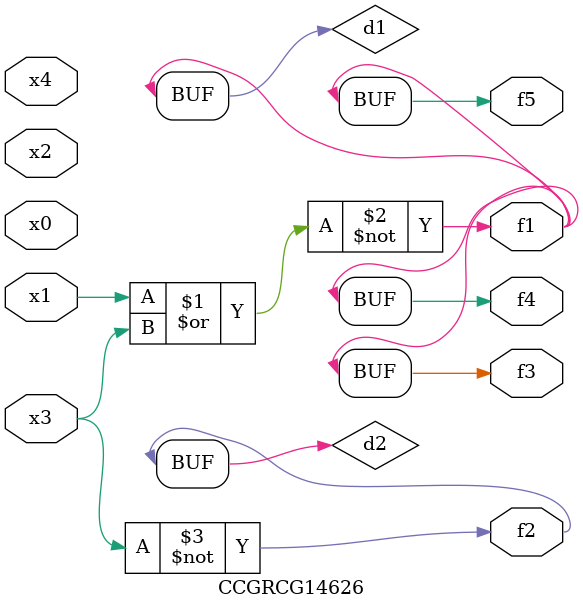
<source format=v>
module CCGRCG14626(
	input x0, x1, x2, x3, x4,
	output f1, f2, f3, f4, f5
);

	wire d1, d2;

	nor (d1, x1, x3);
	not (d2, x3);
	assign f1 = d1;
	assign f2 = d2;
	assign f3 = d1;
	assign f4 = d1;
	assign f5 = d1;
endmodule

</source>
